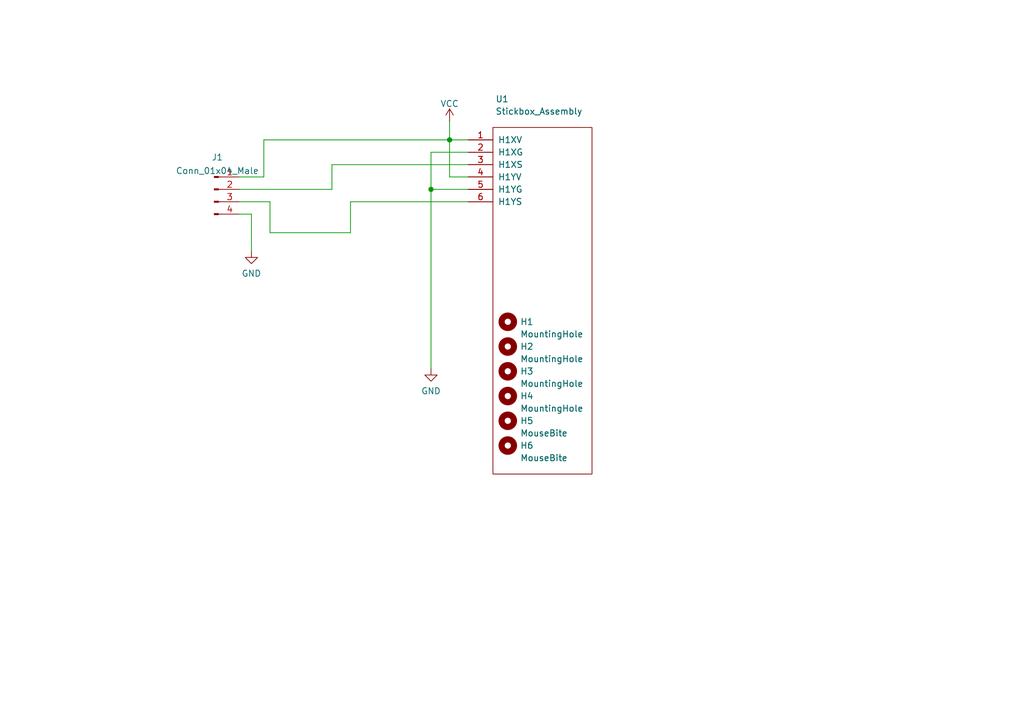
<source format=kicad_sch>
(kicad_sch (version 20230121) (generator eeschema)
  (paper "A5")
  (lib_symbols
    (symbol "Connector:Conn_01x04_Male" (pin_names (offset 1.016) hide)
      (property "Reference" "J" (at 0 5.08 0))
      (property "Value" "Conn_01x04_Male" (at 0 -7.62 0))
      (symbol "Conn_01x04_Male_1_1"
        (polyline (pts (xy 1.27 -5.08) (xy 0.8636 -5.08)) (stroke (width 0.1524)))
        (polyline (pts (xy 1.27 -2.54) (xy 0.8636 -2.54)) (stroke (width 0.1524)))
        (polyline (pts (xy 1.27 0) (xy 0.8636 0)) (stroke (width 0.1524)))
        (polyline (pts (xy 1.27 2.54) (xy 0.8636 2.54)) (stroke (width 0.1524)))
        (rectangle (start 0.8636 -4.953) (end 0 -5.207) (stroke (width 0.1524)) (fill (type outline)))
        (rectangle (start 0.8636 -2.413) (end 0 -2.667) (stroke (width 0.1524)) (fill (type outline)))
        (rectangle (start 0.8636 0.127) (end 0 -0.127) (stroke (width 0.1524)) (fill (type outline)))
        (rectangle (start 0.8636 2.667) (end 0 2.413) (stroke (width 0.1524)) (fill (type outline)))
        (pin passive line (at 5.08 2.54 180) (length 3.81) (name "Pin_1") (number "1"))
        (pin passive line (at 5.08 0 180) (length 3.81) (name "Pin_2") (number "2"))
        (pin passive line (at 5.08 -2.54 180) (length 3.81) (name "Pin_3") (number "3"))
        (pin passive line (at 5.08 -5.08 180) (length 3.81) (name "Pin_4") (number "4"))
      )
    )
    (symbol "Gamecube MB:Stickbox_Assembly_Hall_Only" (pin_names (offset 1.016))
      (property "Reference" "U2" (at -3.81 -69.85 0))
      (property "Value" "Stickbox_Assembly_Hall_Only" (at -10.16 -73.66 0))
      (symbol "Stickbox_Assembly_Hall_Only_0_0"
        (pin unspecified line (at -5.08 -2.54 0) (length 5.08) (name "H1XV") (number "1"))
        (pin unspecified line (at -5.08 -5.08 0) (length 5.08) (name "H1XG") (number "2"))
        (pin unspecified line (at -5.08 -7.62 0) (length 5.08) (name "H1XS") (number "3"))
        (pin unspecified line (at -5.08 -10.16 0) (length 5.08) (name "H1YV") (number "4"))
        (pin unspecified line (at -5.08 -12.7 0) (length 5.08) (name "H1YG") (number "5"))
        (pin unspecified line (at -5.08 -15.24 0) (length 5.08) (name "H1YS") (number "6"))
      )
      (symbol "Stickbox_Assembly_Hall_Only_0_1"
        (rectangle (start 0 0) (end 20.32 -71.12))
      )
    )
    (symbol "Mechanical:MountingHole" (pin_names (offset 1.016))
      (property "Reference" "H" (at 0 5.08 0))
      (property "Value" "MountingHole" (at 0 3.175 0))
      (symbol "MountingHole_0_1"
        (circle (center 0 0) (radius 1.27) (stroke (width 1.27)))
      )
    )
    (symbol "power:GND" (power) (pin_names (offset 0))
      (property "Value" "GND" (at 0 -3.81 0))
      (symbol "GND_0_1"
        (polyline (pts (xy 0 0) (xy 0 -1.27) (xy 1.27 -1.27) (xy 0 -2.54) (xy -1.27 -1.27) (xy 0 -1.27)))
      )
      (symbol "GND_1_1"
        (pin power_in line (at 0 0 270) (length 0) hide (name "GND") (number "1"))
      )
    )
    (symbol "power:VCC" (power) (pin_names (offset 0))
      (property "Value" "VCC" (at 0 3.81 0))
      (symbol "VCC_0_1"
        (polyline (pts (xy -0.762 1.27) (xy 0 2.54)))
        (polyline (pts (xy 0 0) (xy 0 2.54)))
        (polyline (pts (xy 0 2.54) (xy 0.762 1.27)))
      )
      (symbol "VCC_1_1"
        (pin power_in line (at 0 0 90) (length 0) hide (name "VCC") (number "1"))
      )
    )
  )
  (junction (at 92.202 28.702))
  (junction (at 88.392 38.862))
  (wire (pts (xy 88.392 38.862) (xy 88.392 75.692)))
  (wire (pts (xy 96.012 38.862) (xy 88.392 38.862)))
  (wire (pts (xy 92.202 28.702) (xy 92.202 24.892)))
  (wire (pts (xy 96.012 31.242) (xy 88.392 31.242)))
  (wire (pts (xy 54.102 28.702) (xy 54.102 36.322)))
  (wire (pts (xy 88.392 31.242) (xy 88.392 38.862)))
  (wire (pts (xy 49.022 43.942) (xy 51.562 43.942)))
  (wire (pts (xy 96.012 36.322) (xy 92.202 36.322)))
  (wire (pts (xy 96.012 28.702) (xy 92.202 28.702)))
  (wire (pts (xy 71.882 41.402) (xy 96.012 41.402)))
  (wire (pts (xy 49.022 36.322) (xy 54.102 36.322)))
  (wire (pts (xy 68.072 38.862) (xy 68.072 33.782)))
  (wire (pts (xy 92.202 28.702) (xy 54.102 28.702)))
  (wire (pts (xy 55.372 41.402) (xy 55.372 47.752)))
  (wire (pts (xy 92.202 36.322) (xy 92.202 28.702)))
  (wire (pts (xy 71.882 47.752) (xy 71.882 41.402)))
  (wire (pts (xy 49.022 38.862) (xy 68.072 38.862)))
  (wire (pts (xy 51.562 43.942) (xy 51.562 51.562)))
  (wire (pts (xy 49.022 41.402) (xy 55.372 41.402)))
  (wire (pts (xy 68.072 33.782) (xy 96.012 33.782)))
  (wire (pts (xy 55.372 47.752) (xy 71.882 47.752)))
  (symbol (lib_id "power:GND") (at 51.562 51.562 0) (unit 1)
    (property "Reference" "#PWR01" (effects hide))
    (property "Value" "GND" (at 51.562 56.1245 0))
  )
  (symbol (lib_id "Mechanical:MountingHole") (at 104.14 76.2 0) (unit 1)
    (property "Reference" "H3" (at 106.68 76.2 0) (effects (justify left)))
    (property "Value" "MountingHole" (at 106.68 78.74 0) (effects (justify left)))
    (property "Footprint" "PhobGCC_Footprints:MountingHole_2.0mm" (effects hide))
  )
  (symbol (lib_id "power:GND") (at 88.392 75.692 0) (unit 1)
    (property "Reference" "#PWR04" (effects hide))
    (property "Value" "GND" (at 88.392 80.2545 0))
  )
  (symbol (lib_id "Mechanical:MountingHole") (at 104.14 81.28 0) (unit 1)
    (property "Reference" "H4" (at 106.68 81.28 0) (effects (justify left)))
    (property "Value" "MountingHole" (at 106.68 83.82 0) (effects (justify left)))
    (property "Footprint" "PhobGCC_Footprints:MountingHole_2.0mm" (effects hide))
  )
  (symbol (lib_id "Connector:Conn_01x04_Male") (at 43.942 38.862 0) (unit 1)
    (property "Reference" "J1" (at 44.577 32.2793 0))
    (property "Value" "Conn_01x04_Male" (at 44.577 35.0544 0))
    (property "Footprint" "PhobGCC_Footprints:PinHeader_1x04_P2.00mm_Vertical" (effects hide))
  )
  (symbol (lib_id "Gamecube MB:Stickbox_Assembly_Hall_Only") (at 101.092 26.162 0) (unit 1)
    (property "Reference" "U1" (at 101.6 20.32 0) (effects (justify left)))
    (property "Value" "Stickbox_Assembly" (at 101.6 22.86 0) (effects (justify left)))
    (property "Footprint" "PhobGCC_Footprints:GCC_Stickbox_Hall_Only" (effects hide))
  )
  (symbol (lib_id "power:VCC") (at 92.202 24.892 0) (unit 1)
    (property "Reference" "#PWR05" (effects hide))
    (property "Value" "VCC" (at 92.202 21.2875 0))
  )
  (symbol (lib_id "Mechanical:MountingHole") (at 104.14 86.36 0) (unit 1)
    (property "Reference" "H5" (at 106.68 86.36 0) (effects (justify left)))
    (property "Value" "MouseBite" (at 106.68 88.9 0) (effects (justify left)))
    (property "Footprint" "PhobGCC_Footprints:breakaway-mousebites-double" (effects hide))
  )
  (symbol (lib_id "Mechanical:MountingHole") (at 104.14 71.12 0) (unit 1)
    (property "Reference" "H2" (at 106.68 71.12 0) (effects (justify left)))
    (property "Value" "MountingHole" (at 106.68 73.66 0) (effects (justify left)))
    (property "Footprint" "PhobGCC_Footprints:MountingHole_5.2mm" (effects hide))
  )
  (symbol (lib_id "Mechanical:MountingHole") (at 104.14 91.44 0) (unit 1)
    (property "Reference" "H6" (at 106.68 91.44 0) (effects (justify left)))
    (property "Value" "MouseBite" (at 106.68 93.98 0) (effects (justify left)))
    (property "Footprint" "PhobGCC_Footprints:breakaway-mousebites-double" (effects hide))
  )
  (symbol (lib_id "Mechanical:MountingHole") (at 104.14 66.04 0) (unit 1)
    (property "Reference" "H1" (at 106.68 66.04 0) (effects (justify left)))
    (property "Value" "MountingHole" (at 106.68 68.58 0) (effects (justify left)))
    (property "Footprint" "PhobGCC_Footprints:MountingHole_1.8mm" (effects hide))
  )
)
</source>
